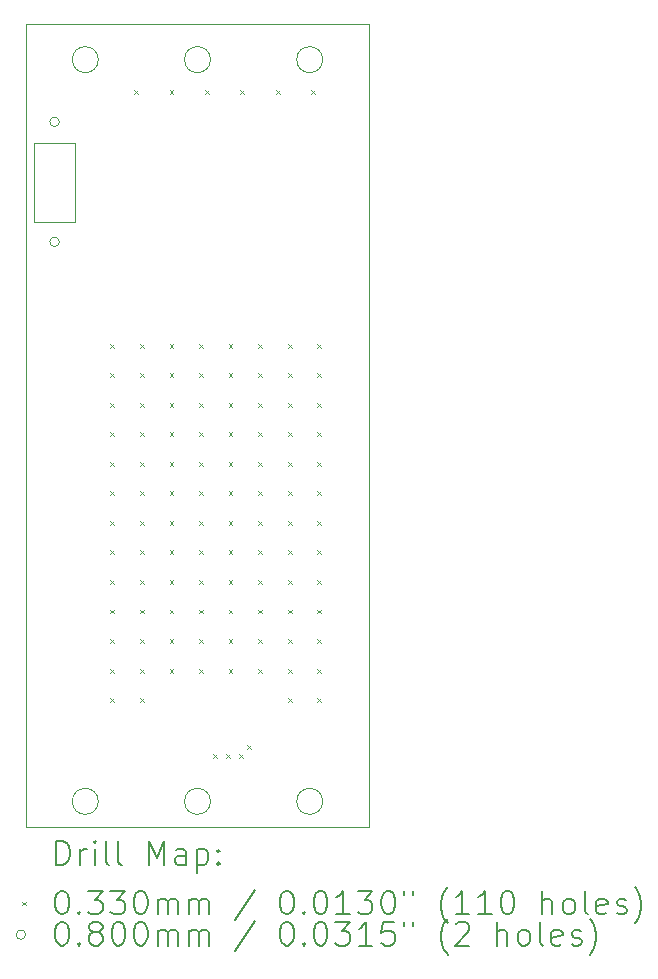
<source format=gbr>
%TF.GenerationSoftware,KiCad,Pcbnew,7.0.5*%
%TF.CreationDate,2024-01-23T00:39:19-05:00*%
%TF.ProjectId,SIDE,53494445-2e6b-4696-9361-645f70636258,rev?*%
%TF.SameCoordinates,Original*%
%TF.FileFunction,Drillmap*%
%TF.FilePolarity,Positive*%
%FSLAX45Y45*%
G04 Gerber Fmt 4.5, Leading zero omitted, Abs format (unit mm)*
G04 Created by KiCad (PCBNEW 7.0.5) date 2024-01-23 00:39:19*
%MOMM*%
%LPD*%
G01*
G04 APERTURE LIST*
%ADD10C,0.100000*%
%ADD11C,0.200000*%
%ADD12C,0.033020*%
%ADD13C,0.080000*%
G04 APERTURE END LIST*
D10*
X16992000Y-13349302D02*
X19892000Y-13349302D01*
X18552000Y-13129302D02*
G75*
G03*
X18552000Y-13129302I-110000J0D01*
G01*
X19892000Y-13349302D02*
X19892000Y-6549302D01*
X17602000Y-13129302D02*
G75*
G03*
X17602000Y-13129302I-110000J0D01*
G01*
X19502000Y-13129302D02*
G75*
G03*
X19502000Y-13129302I-110000J0D01*
G01*
X19502000Y-6849302D02*
G75*
G03*
X19502000Y-6849302I-110000J0D01*
G01*
X18552000Y-6849302D02*
G75*
G03*
X18552000Y-6849302I-110000J0D01*
G01*
X19892000Y-6549302D02*
X16992000Y-6549302D01*
X17602000Y-6849302D02*
G75*
G03*
X17602000Y-6849302I-110000J0D01*
G01*
X16992000Y-6549302D02*
X16992000Y-13349302D01*
X17057000Y-7551802D02*
X17407000Y-7551802D01*
X17407000Y-8221802D01*
X17057000Y-8221802D01*
X17057000Y-7551802D01*
D11*
D12*
X17705490Y-9255292D02*
X17738510Y-9288312D01*
X17738510Y-9255292D02*
X17705490Y-9288312D01*
X17705490Y-9505292D02*
X17738510Y-9538312D01*
X17738510Y-9505292D02*
X17705490Y-9538312D01*
X17705490Y-9755292D02*
X17738510Y-9788312D01*
X17738510Y-9755292D02*
X17705490Y-9788312D01*
X17705490Y-10005292D02*
X17738510Y-10038312D01*
X17738510Y-10005292D02*
X17705490Y-10038312D01*
X17705490Y-10255292D02*
X17738510Y-10288312D01*
X17738510Y-10255292D02*
X17705490Y-10288312D01*
X17705490Y-10505292D02*
X17738510Y-10538312D01*
X17738510Y-10505292D02*
X17705490Y-10538312D01*
X17705490Y-10755292D02*
X17738510Y-10788312D01*
X17738510Y-10755292D02*
X17705490Y-10788312D01*
X17705490Y-11005292D02*
X17738510Y-11038312D01*
X17738510Y-11005292D02*
X17705490Y-11038312D01*
X17705490Y-11255292D02*
X17738510Y-11288312D01*
X17738510Y-11255292D02*
X17705490Y-11288312D01*
X17705490Y-11505292D02*
X17738510Y-11538312D01*
X17738510Y-11505292D02*
X17705490Y-11538312D01*
X17705490Y-11755292D02*
X17738510Y-11788312D01*
X17738510Y-11755292D02*
X17705490Y-11788312D01*
X17705490Y-12005292D02*
X17738510Y-12038312D01*
X17738510Y-12005292D02*
X17705490Y-12038312D01*
X17705490Y-12255292D02*
X17738510Y-12288312D01*
X17738510Y-12255292D02*
X17705490Y-12288312D01*
X17905490Y-7105292D02*
X17938510Y-7138312D01*
X17938510Y-7105292D02*
X17905490Y-7138312D01*
X17955490Y-9255292D02*
X17988510Y-9288312D01*
X17988510Y-9255292D02*
X17955490Y-9288312D01*
X17955490Y-9505292D02*
X17988510Y-9538312D01*
X17988510Y-9505292D02*
X17955490Y-9538312D01*
X17955490Y-9755292D02*
X17988510Y-9788312D01*
X17988510Y-9755292D02*
X17955490Y-9788312D01*
X17955490Y-10005292D02*
X17988510Y-10038312D01*
X17988510Y-10005292D02*
X17955490Y-10038312D01*
X17955490Y-10255292D02*
X17988510Y-10288312D01*
X17988510Y-10255292D02*
X17955490Y-10288312D01*
X17955490Y-10505292D02*
X17988510Y-10538312D01*
X17988510Y-10505292D02*
X17955490Y-10538312D01*
X17955490Y-10755292D02*
X17988510Y-10788312D01*
X17988510Y-10755292D02*
X17955490Y-10788312D01*
X17955490Y-11005292D02*
X17988510Y-11038312D01*
X17988510Y-11005292D02*
X17955490Y-11038312D01*
X17955490Y-11255292D02*
X17988510Y-11288312D01*
X17988510Y-11255292D02*
X17955490Y-11288312D01*
X17955490Y-11505292D02*
X17988510Y-11538312D01*
X17988510Y-11505292D02*
X17955490Y-11538312D01*
X17955490Y-11755292D02*
X17988510Y-11788312D01*
X17988510Y-11755292D02*
X17955490Y-11788312D01*
X17955490Y-12005292D02*
X17988510Y-12038312D01*
X17988510Y-12005292D02*
X17955490Y-12038312D01*
X17955490Y-12255292D02*
X17988510Y-12288312D01*
X17988510Y-12255292D02*
X17955490Y-12288312D01*
X18205490Y-7105292D02*
X18238510Y-7138312D01*
X18238510Y-7105292D02*
X18205490Y-7138312D01*
X18205490Y-9255292D02*
X18238510Y-9288312D01*
X18238510Y-9255292D02*
X18205490Y-9288312D01*
X18205490Y-9505292D02*
X18238510Y-9538312D01*
X18238510Y-9505292D02*
X18205490Y-9538312D01*
X18205490Y-9755292D02*
X18238510Y-9788312D01*
X18238510Y-9755292D02*
X18205490Y-9788312D01*
X18205490Y-10005292D02*
X18238510Y-10038312D01*
X18238510Y-10005292D02*
X18205490Y-10038312D01*
X18205490Y-10255292D02*
X18238510Y-10288312D01*
X18238510Y-10255292D02*
X18205490Y-10288312D01*
X18205490Y-10505292D02*
X18238510Y-10538312D01*
X18238510Y-10505292D02*
X18205490Y-10538312D01*
X18205490Y-10755292D02*
X18238510Y-10788312D01*
X18238510Y-10755292D02*
X18205490Y-10788312D01*
X18205490Y-11005292D02*
X18238510Y-11038312D01*
X18238510Y-11005292D02*
X18205490Y-11038312D01*
X18205490Y-11255292D02*
X18238510Y-11288312D01*
X18238510Y-11255292D02*
X18205490Y-11288312D01*
X18205490Y-11505292D02*
X18238510Y-11538312D01*
X18238510Y-11505292D02*
X18205490Y-11538312D01*
X18205490Y-11755292D02*
X18238510Y-11788312D01*
X18238510Y-11755292D02*
X18205490Y-11788312D01*
X18205490Y-12005292D02*
X18238510Y-12038312D01*
X18238510Y-12005292D02*
X18205490Y-12038312D01*
X18455490Y-9255292D02*
X18488510Y-9288312D01*
X18488510Y-9255292D02*
X18455490Y-9288312D01*
X18455490Y-9505292D02*
X18488510Y-9538312D01*
X18488510Y-9505292D02*
X18455490Y-9538312D01*
X18455490Y-9755292D02*
X18488510Y-9788312D01*
X18488510Y-9755292D02*
X18455490Y-9788312D01*
X18455490Y-10005292D02*
X18488510Y-10038312D01*
X18488510Y-10005292D02*
X18455490Y-10038312D01*
X18455490Y-10255292D02*
X18488510Y-10288312D01*
X18488510Y-10255292D02*
X18455490Y-10288312D01*
X18455490Y-10505292D02*
X18488510Y-10538312D01*
X18488510Y-10505292D02*
X18455490Y-10538312D01*
X18455490Y-10755292D02*
X18488510Y-10788312D01*
X18488510Y-10755292D02*
X18455490Y-10788312D01*
X18455490Y-11005292D02*
X18488510Y-11038312D01*
X18488510Y-11005292D02*
X18455490Y-11038312D01*
X18455490Y-11255292D02*
X18488510Y-11288312D01*
X18488510Y-11255292D02*
X18455490Y-11288312D01*
X18455490Y-11505292D02*
X18488510Y-11538312D01*
X18488510Y-11505292D02*
X18455490Y-11538312D01*
X18455490Y-11755292D02*
X18488510Y-11788312D01*
X18488510Y-11755292D02*
X18455490Y-11788312D01*
X18455490Y-12005292D02*
X18488510Y-12038312D01*
X18488510Y-12005292D02*
X18455490Y-12038312D01*
X18505490Y-7105292D02*
X18538510Y-7138312D01*
X18538510Y-7105292D02*
X18505490Y-7138312D01*
X18575490Y-12725292D02*
X18608510Y-12758312D01*
X18608510Y-12725292D02*
X18575490Y-12758312D01*
X18685490Y-12725292D02*
X18718510Y-12758312D01*
X18718510Y-12725292D02*
X18685490Y-12758312D01*
X18705490Y-9255292D02*
X18738510Y-9288312D01*
X18738510Y-9255292D02*
X18705490Y-9288312D01*
X18705490Y-9505292D02*
X18738510Y-9538312D01*
X18738510Y-9505292D02*
X18705490Y-9538312D01*
X18705490Y-9755292D02*
X18738510Y-9788312D01*
X18738510Y-9755292D02*
X18705490Y-9788312D01*
X18705490Y-10005292D02*
X18738510Y-10038312D01*
X18738510Y-10005292D02*
X18705490Y-10038312D01*
X18705490Y-10255292D02*
X18738510Y-10288312D01*
X18738510Y-10255292D02*
X18705490Y-10288312D01*
X18705490Y-10505292D02*
X18738510Y-10538312D01*
X18738510Y-10505292D02*
X18705490Y-10538312D01*
X18705490Y-10755292D02*
X18738510Y-10788312D01*
X18738510Y-10755292D02*
X18705490Y-10788312D01*
X18705490Y-11005292D02*
X18738510Y-11038312D01*
X18738510Y-11005292D02*
X18705490Y-11038312D01*
X18705490Y-11255292D02*
X18738510Y-11288312D01*
X18738510Y-11255292D02*
X18705490Y-11288312D01*
X18705490Y-11505292D02*
X18738510Y-11538312D01*
X18738510Y-11505292D02*
X18705490Y-11538312D01*
X18705490Y-11755292D02*
X18738510Y-11788312D01*
X18738510Y-11755292D02*
X18705490Y-11788312D01*
X18705490Y-12005292D02*
X18738510Y-12038312D01*
X18738510Y-12005292D02*
X18705490Y-12038312D01*
X18795490Y-12725292D02*
X18828510Y-12758312D01*
X18828510Y-12725292D02*
X18795490Y-12758312D01*
X18805490Y-7105292D02*
X18838510Y-7138312D01*
X18838510Y-7105292D02*
X18805490Y-7138312D01*
X18865490Y-12655292D02*
X18898510Y-12688312D01*
X18898510Y-12655292D02*
X18865490Y-12688312D01*
X18955490Y-9255292D02*
X18988510Y-9288312D01*
X18988510Y-9255292D02*
X18955490Y-9288312D01*
X18955490Y-9505292D02*
X18988510Y-9538312D01*
X18988510Y-9505292D02*
X18955490Y-9538312D01*
X18955490Y-9755292D02*
X18988510Y-9788312D01*
X18988510Y-9755292D02*
X18955490Y-9788312D01*
X18955490Y-10005292D02*
X18988510Y-10038312D01*
X18988510Y-10005292D02*
X18955490Y-10038312D01*
X18955490Y-10255292D02*
X18988510Y-10288312D01*
X18988510Y-10255292D02*
X18955490Y-10288312D01*
X18955490Y-10505292D02*
X18988510Y-10538312D01*
X18988510Y-10505292D02*
X18955490Y-10538312D01*
X18955490Y-10755292D02*
X18988510Y-10788312D01*
X18988510Y-10755292D02*
X18955490Y-10788312D01*
X18955490Y-11005292D02*
X18988510Y-11038312D01*
X18988510Y-11005292D02*
X18955490Y-11038312D01*
X18955490Y-11255292D02*
X18988510Y-11288312D01*
X18988510Y-11255292D02*
X18955490Y-11288312D01*
X18955490Y-11505292D02*
X18988510Y-11538312D01*
X18988510Y-11505292D02*
X18955490Y-11538312D01*
X18955490Y-11755292D02*
X18988510Y-11788312D01*
X18988510Y-11755292D02*
X18955490Y-11788312D01*
X18955490Y-12005292D02*
X18988510Y-12038312D01*
X18988510Y-12005292D02*
X18955490Y-12038312D01*
X19105490Y-7105292D02*
X19138510Y-7138312D01*
X19138510Y-7105292D02*
X19105490Y-7138312D01*
X19205490Y-9255292D02*
X19238510Y-9288312D01*
X19238510Y-9255292D02*
X19205490Y-9288312D01*
X19205490Y-9505292D02*
X19238510Y-9538312D01*
X19238510Y-9505292D02*
X19205490Y-9538312D01*
X19205490Y-9755292D02*
X19238510Y-9788312D01*
X19238510Y-9755292D02*
X19205490Y-9788312D01*
X19205490Y-10005292D02*
X19238510Y-10038312D01*
X19238510Y-10005292D02*
X19205490Y-10038312D01*
X19205490Y-10255292D02*
X19238510Y-10288312D01*
X19238510Y-10255292D02*
X19205490Y-10288312D01*
X19205490Y-10505292D02*
X19238510Y-10538312D01*
X19238510Y-10505292D02*
X19205490Y-10538312D01*
X19205490Y-10755292D02*
X19238510Y-10788312D01*
X19238510Y-10755292D02*
X19205490Y-10788312D01*
X19205490Y-11005292D02*
X19238510Y-11038312D01*
X19238510Y-11005292D02*
X19205490Y-11038312D01*
X19205490Y-11255292D02*
X19238510Y-11288312D01*
X19238510Y-11255292D02*
X19205490Y-11288312D01*
X19205490Y-11505292D02*
X19238510Y-11538312D01*
X19238510Y-11505292D02*
X19205490Y-11538312D01*
X19205490Y-11755292D02*
X19238510Y-11788312D01*
X19238510Y-11755292D02*
X19205490Y-11788312D01*
X19205490Y-12005292D02*
X19238510Y-12038312D01*
X19238510Y-12005292D02*
X19205490Y-12038312D01*
X19205490Y-12255292D02*
X19238510Y-12288312D01*
X19238510Y-12255292D02*
X19205490Y-12288312D01*
X19405490Y-7105292D02*
X19438510Y-7138312D01*
X19438510Y-7105292D02*
X19405490Y-7138312D01*
X19455490Y-9255292D02*
X19488510Y-9288312D01*
X19488510Y-9255292D02*
X19455490Y-9288312D01*
X19455490Y-9505292D02*
X19488510Y-9538312D01*
X19488510Y-9505292D02*
X19455490Y-9538312D01*
X19455490Y-9755292D02*
X19488510Y-9788312D01*
X19488510Y-9755292D02*
X19455490Y-9788312D01*
X19455490Y-10005292D02*
X19488510Y-10038312D01*
X19488510Y-10005292D02*
X19455490Y-10038312D01*
X19455490Y-10255292D02*
X19488510Y-10288312D01*
X19488510Y-10255292D02*
X19455490Y-10288312D01*
X19455490Y-10505292D02*
X19488510Y-10538312D01*
X19488510Y-10505292D02*
X19455490Y-10538312D01*
X19455490Y-10755292D02*
X19488510Y-10788312D01*
X19488510Y-10755292D02*
X19455490Y-10788312D01*
X19455490Y-11005292D02*
X19488510Y-11038312D01*
X19488510Y-11005292D02*
X19455490Y-11038312D01*
X19455490Y-11255292D02*
X19488510Y-11288312D01*
X19488510Y-11255292D02*
X19455490Y-11288312D01*
X19455490Y-11505292D02*
X19488510Y-11538312D01*
X19488510Y-11505292D02*
X19455490Y-11538312D01*
X19455490Y-11755292D02*
X19488510Y-11788312D01*
X19488510Y-11755292D02*
X19455490Y-11788312D01*
X19455490Y-12005292D02*
X19488510Y-12038312D01*
X19488510Y-12005292D02*
X19455490Y-12038312D01*
X19455490Y-12255292D02*
X19488510Y-12288312D01*
X19488510Y-12255292D02*
X19455490Y-12288312D01*
D13*
X17272000Y-7377000D02*
G75*
G03*
X17272000Y-7377000I-40000J0D01*
G01*
X17272000Y-8393000D02*
G75*
G03*
X17272000Y-8393000I-40000J0D01*
G01*
D11*
X17247777Y-13665786D02*
X17247777Y-13465786D01*
X17247777Y-13465786D02*
X17295396Y-13465786D01*
X17295396Y-13465786D02*
X17323967Y-13475310D01*
X17323967Y-13475310D02*
X17343015Y-13494357D01*
X17343015Y-13494357D02*
X17352539Y-13513405D01*
X17352539Y-13513405D02*
X17362063Y-13551500D01*
X17362063Y-13551500D02*
X17362063Y-13580072D01*
X17362063Y-13580072D02*
X17352539Y-13618167D01*
X17352539Y-13618167D02*
X17343015Y-13637214D01*
X17343015Y-13637214D02*
X17323967Y-13656262D01*
X17323967Y-13656262D02*
X17295396Y-13665786D01*
X17295396Y-13665786D02*
X17247777Y-13665786D01*
X17447777Y-13665786D02*
X17447777Y-13532453D01*
X17447777Y-13570548D02*
X17457301Y-13551500D01*
X17457301Y-13551500D02*
X17466824Y-13541976D01*
X17466824Y-13541976D02*
X17485872Y-13532453D01*
X17485872Y-13532453D02*
X17504920Y-13532453D01*
X17571586Y-13665786D02*
X17571586Y-13532453D01*
X17571586Y-13465786D02*
X17562063Y-13475310D01*
X17562063Y-13475310D02*
X17571586Y-13484834D01*
X17571586Y-13484834D02*
X17581110Y-13475310D01*
X17581110Y-13475310D02*
X17571586Y-13465786D01*
X17571586Y-13465786D02*
X17571586Y-13484834D01*
X17695396Y-13665786D02*
X17676348Y-13656262D01*
X17676348Y-13656262D02*
X17666824Y-13637214D01*
X17666824Y-13637214D02*
X17666824Y-13465786D01*
X17800158Y-13665786D02*
X17781110Y-13656262D01*
X17781110Y-13656262D02*
X17771586Y-13637214D01*
X17771586Y-13637214D02*
X17771586Y-13465786D01*
X18028729Y-13665786D02*
X18028729Y-13465786D01*
X18028729Y-13465786D02*
X18095396Y-13608643D01*
X18095396Y-13608643D02*
X18162063Y-13465786D01*
X18162063Y-13465786D02*
X18162063Y-13665786D01*
X18343015Y-13665786D02*
X18343015Y-13561024D01*
X18343015Y-13561024D02*
X18333491Y-13541976D01*
X18333491Y-13541976D02*
X18314444Y-13532453D01*
X18314444Y-13532453D02*
X18276348Y-13532453D01*
X18276348Y-13532453D02*
X18257301Y-13541976D01*
X18343015Y-13656262D02*
X18323967Y-13665786D01*
X18323967Y-13665786D02*
X18276348Y-13665786D01*
X18276348Y-13665786D02*
X18257301Y-13656262D01*
X18257301Y-13656262D02*
X18247777Y-13637214D01*
X18247777Y-13637214D02*
X18247777Y-13618167D01*
X18247777Y-13618167D02*
X18257301Y-13599119D01*
X18257301Y-13599119D02*
X18276348Y-13589595D01*
X18276348Y-13589595D02*
X18323967Y-13589595D01*
X18323967Y-13589595D02*
X18343015Y-13580072D01*
X18438253Y-13532453D02*
X18438253Y-13732453D01*
X18438253Y-13541976D02*
X18457301Y-13532453D01*
X18457301Y-13532453D02*
X18495396Y-13532453D01*
X18495396Y-13532453D02*
X18514444Y-13541976D01*
X18514444Y-13541976D02*
X18523967Y-13551500D01*
X18523967Y-13551500D02*
X18533491Y-13570548D01*
X18533491Y-13570548D02*
X18533491Y-13627691D01*
X18533491Y-13627691D02*
X18523967Y-13646738D01*
X18523967Y-13646738D02*
X18514444Y-13656262D01*
X18514444Y-13656262D02*
X18495396Y-13665786D01*
X18495396Y-13665786D02*
X18457301Y-13665786D01*
X18457301Y-13665786D02*
X18438253Y-13656262D01*
X18619205Y-13646738D02*
X18628729Y-13656262D01*
X18628729Y-13656262D02*
X18619205Y-13665786D01*
X18619205Y-13665786D02*
X18609682Y-13656262D01*
X18609682Y-13656262D02*
X18619205Y-13646738D01*
X18619205Y-13646738D02*
X18619205Y-13665786D01*
X18619205Y-13541976D02*
X18628729Y-13551500D01*
X18628729Y-13551500D02*
X18619205Y-13561024D01*
X18619205Y-13561024D02*
X18609682Y-13551500D01*
X18609682Y-13551500D02*
X18619205Y-13541976D01*
X18619205Y-13541976D02*
X18619205Y-13561024D01*
D12*
X16953980Y-13977792D02*
X16987000Y-14010812D01*
X16987000Y-13977792D02*
X16953980Y-14010812D01*
D11*
X17285872Y-13885786D02*
X17304920Y-13885786D01*
X17304920Y-13885786D02*
X17323967Y-13895310D01*
X17323967Y-13895310D02*
X17333491Y-13904834D01*
X17333491Y-13904834D02*
X17343015Y-13923881D01*
X17343015Y-13923881D02*
X17352539Y-13961976D01*
X17352539Y-13961976D02*
X17352539Y-14009595D01*
X17352539Y-14009595D02*
X17343015Y-14047691D01*
X17343015Y-14047691D02*
X17333491Y-14066738D01*
X17333491Y-14066738D02*
X17323967Y-14076262D01*
X17323967Y-14076262D02*
X17304920Y-14085786D01*
X17304920Y-14085786D02*
X17285872Y-14085786D01*
X17285872Y-14085786D02*
X17266824Y-14076262D01*
X17266824Y-14076262D02*
X17257301Y-14066738D01*
X17257301Y-14066738D02*
X17247777Y-14047691D01*
X17247777Y-14047691D02*
X17238253Y-14009595D01*
X17238253Y-14009595D02*
X17238253Y-13961976D01*
X17238253Y-13961976D02*
X17247777Y-13923881D01*
X17247777Y-13923881D02*
X17257301Y-13904834D01*
X17257301Y-13904834D02*
X17266824Y-13895310D01*
X17266824Y-13895310D02*
X17285872Y-13885786D01*
X17438253Y-14066738D02*
X17447777Y-14076262D01*
X17447777Y-14076262D02*
X17438253Y-14085786D01*
X17438253Y-14085786D02*
X17428729Y-14076262D01*
X17428729Y-14076262D02*
X17438253Y-14066738D01*
X17438253Y-14066738D02*
X17438253Y-14085786D01*
X17514444Y-13885786D02*
X17638253Y-13885786D01*
X17638253Y-13885786D02*
X17571586Y-13961976D01*
X17571586Y-13961976D02*
X17600158Y-13961976D01*
X17600158Y-13961976D02*
X17619205Y-13971500D01*
X17619205Y-13971500D02*
X17628729Y-13981024D01*
X17628729Y-13981024D02*
X17638253Y-14000072D01*
X17638253Y-14000072D02*
X17638253Y-14047691D01*
X17638253Y-14047691D02*
X17628729Y-14066738D01*
X17628729Y-14066738D02*
X17619205Y-14076262D01*
X17619205Y-14076262D02*
X17600158Y-14085786D01*
X17600158Y-14085786D02*
X17543015Y-14085786D01*
X17543015Y-14085786D02*
X17523967Y-14076262D01*
X17523967Y-14076262D02*
X17514444Y-14066738D01*
X17704920Y-13885786D02*
X17828729Y-13885786D01*
X17828729Y-13885786D02*
X17762063Y-13961976D01*
X17762063Y-13961976D02*
X17790634Y-13961976D01*
X17790634Y-13961976D02*
X17809682Y-13971500D01*
X17809682Y-13971500D02*
X17819205Y-13981024D01*
X17819205Y-13981024D02*
X17828729Y-14000072D01*
X17828729Y-14000072D02*
X17828729Y-14047691D01*
X17828729Y-14047691D02*
X17819205Y-14066738D01*
X17819205Y-14066738D02*
X17809682Y-14076262D01*
X17809682Y-14076262D02*
X17790634Y-14085786D01*
X17790634Y-14085786D02*
X17733491Y-14085786D01*
X17733491Y-14085786D02*
X17714444Y-14076262D01*
X17714444Y-14076262D02*
X17704920Y-14066738D01*
X17952539Y-13885786D02*
X17971586Y-13885786D01*
X17971586Y-13885786D02*
X17990634Y-13895310D01*
X17990634Y-13895310D02*
X18000158Y-13904834D01*
X18000158Y-13904834D02*
X18009682Y-13923881D01*
X18009682Y-13923881D02*
X18019205Y-13961976D01*
X18019205Y-13961976D02*
X18019205Y-14009595D01*
X18019205Y-14009595D02*
X18009682Y-14047691D01*
X18009682Y-14047691D02*
X18000158Y-14066738D01*
X18000158Y-14066738D02*
X17990634Y-14076262D01*
X17990634Y-14076262D02*
X17971586Y-14085786D01*
X17971586Y-14085786D02*
X17952539Y-14085786D01*
X17952539Y-14085786D02*
X17933491Y-14076262D01*
X17933491Y-14076262D02*
X17923967Y-14066738D01*
X17923967Y-14066738D02*
X17914444Y-14047691D01*
X17914444Y-14047691D02*
X17904920Y-14009595D01*
X17904920Y-14009595D02*
X17904920Y-13961976D01*
X17904920Y-13961976D02*
X17914444Y-13923881D01*
X17914444Y-13923881D02*
X17923967Y-13904834D01*
X17923967Y-13904834D02*
X17933491Y-13895310D01*
X17933491Y-13895310D02*
X17952539Y-13885786D01*
X18104920Y-14085786D02*
X18104920Y-13952453D01*
X18104920Y-13971500D02*
X18114444Y-13961976D01*
X18114444Y-13961976D02*
X18133491Y-13952453D01*
X18133491Y-13952453D02*
X18162063Y-13952453D01*
X18162063Y-13952453D02*
X18181110Y-13961976D01*
X18181110Y-13961976D02*
X18190634Y-13981024D01*
X18190634Y-13981024D02*
X18190634Y-14085786D01*
X18190634Y-13981024D02*
X18200158Y-13961976D01*
X18200158Y-13961976D02*
X18219205Y-13952453D01*
X18219205Y-13952453D02*
X18247777Y-13952453D01*
X18247777Y-13952453D02*
X18266825Y-13961976D01*
X18266825Y-13961976D02*
X18276348Y-13981024D01*
X18276348Y-13981024D02*
X18276348Y-14085786D01*
X18371586Y-14085786D02*
X18371586Y-13952453D01*
X18371586Y-13971500D02*
X18381110Y-13961976D01*
X18381110Y-13961976D02*
X18400158Y-13952453D01*
X18400158Y-13952453D02*
X18428729Y-13952453D01*
X18428729Y-13952453D02*
X18447777Y-13961976D01*
X18447777Y-13961976D02*
X18457301Y-13981024D01*
X18457301Y-13981024D02*
X18457301Y-14085786D01*
X18457301Y-13981024D02*
X18466825Y-13961976D01*
X18466825Y-13961976D02*
X18485872Y-13952453D01*
X18485872Y-13952453D02*
X18514444Y-13952453D01*
X18514444Y-13952453D02*
X18533491Y-13961976D01*
X18533491Y-13961976D02*
X18543015Y-13981024D01*
X18543015Y-13981024D02*
X18543015Y-14085786D01*
X18933491Y-13876262D02*
X18762063Y-14133405D01*
X19190634Y-13885786D02*
X19209682Y-13885786D01*
X19209682Y-13885786D02*
X19228729Y-13895310D01*
X19228729Y-13895310D02*
X19238253Y-13904834D01*
X19238253Y-13904834D02*
X19247777Y-13923881D01*
X19247777Y-13923881D02*
X19257301Y-13961976D01*
X19257301Y-13961976D02*
X19257301Y-14009595D01*
X19257301Y-14009595D02*
X19247777Y-14047691D01*
X19247777Y-14047691D02*
X19238253Y-14066738D01*
X19238253Y-14066738D02*
X19228729Y-14076262D01*
X19228729Y-14076262D02*
X19209682Y-14085786D01*
X19209682Y-14085786D02*
X19190634Y-14085786D01*
X19190634Y-14085786D02*
X19171587Y-14076262D01*
X19171587Y-14076262D02*
X19162063Y-14066738D01*
X19162063Y-14066738D02*
X19152539Y-14047691D01*
X19152539Y-14047691D02*
X19143015Y-14009595D01*
X19143015Y-14009595D02*
X19143015Y-13961976D01*
X19143015Y-13961976D02*
X19152539Y-13923881D01*
X19152539Y-13923881D02*
X19162063Y-13904834D01*
X19162063Y-13904834D02*
X19171587Y-13895310D01*
X19171587Y-13895310D02*
X19190634Y-13885786D01*
X19343015Y-14066738D02*
X19352539Y-14076262D01*
X19352539Y-14076262D02*
X19343015Y-14085786D01*
X19343015Y-14085786D02*
X19333491Y-14076262D01*
X19333491Y-14076262D02*
X19343015Y-14066738D01*
X19343015Y-14066738D02*
X19343015Y-14085786D01*
X19476348Y-13885786D02*
X19495396Y-13885786D01*
X19495396Y-13885786D02*
X19514444Y-13895310D01*
X19514444Y-13895310D02*
X19523968Y-13904834D01*
X19523968Y-13904834D02*
X19533491Y-13923881D01*
X19533491Y-13923881D02*
X19543015Y-13961976D01*
X19543015Y-13961976D02*
X19543015Y-14009595D01*
X19543015Y-14009595D02*
X19533491Y-14047691D01*
X19533491Y-14047691D02*
X19523968Y-14066738D01*
X19523968Y-14066738D02*
X19514444Y-14076262D01*
X19514444Y-14076262D02*
X19495396Y-14085786D01*
X19495396Y-14085786D02*
X19476348Y-14085786D01*
X19476348Y-14085786D02*
X19457301Y-14076262D01*
X19457301Y-14076262D02*
X19447777Y-14066738D01*
X19447777Y-14066738D02*
X19438253Y-14047691D01*
X19438253Y-14047691D02*
X19428729Y-14009595D01*
X19428729Y-14009595D02*
X19428729Y-13961976D01*
X19428729Y-13961976D02*
X19438253Y-13923881D01*
X19438253Y-13923881D02*
X19447777Y-13904834D01*
X19447777Y-13904834D02*
X19457301Y-13895310D01*
X19457301Y-13895310D02*
X19476348Y-13885786D01*
X19733491Y-14085786D02*
X19619206Y-14085786D01*
X19676348Y-14085786D02*
X19676348Y-13885786D01*
X19676348Y-13885786D02*
X19657301Y-13914357D01*
X19657301Y-13914357D02*
X19638253Y-13933405D01*
X19638253Y-13933405D02*
X19619206Y-13942929D01*
X19800158Y-13885786D02*
X19923968Y-13885786D01*
X19923968Y-13885786D02*
X19857301Y-13961976D01*
X19857301Y-13961976D02*
X19885872Y-13961976D01*
X19885872Y-13961976D02*
X19904920Y-13971500D01*
X19904920Y-13971500D02*
X19914444Y-13981024D01*
X19914444Y-13981024D02*
X19923968Y-14000072D01*
X19923968Y-14000072D02*
X19923968Y-14047691D01*
X19923968Y-14047691D02*
X19914444Y-14066738D01*
X19914444Y-14066738D02*
X19904920Y-14076262D01*
X19904920Y-14076262D02*
X19885872Y-14085786D01*
X19885872Y-14085786D02*
X19828729Y-14085786D01*
X19828729Y-14085786D02*
X19809682Y-14076262D01*
X19809682Y-14076262D02*
X19800158Y-14066738D01*
X20047777Y-13885786D02*
X20066825Y-13885786D01*
X20066825Y-13885786D02*
X20085872Y-13895310D01*
X20085872Y-13895310D02*
X20095396Y-13904834D01*
X20095396Y-13904834D02*
X20104920Y-13923881D01*
X20104920Y-13923881D02*
X20114444Y-13961976D01*
X20114444Y-13961976D02*
X20114444Y-14009595D01*
X20114444Y-14009595D02*
X20104920Y-14047691D01*
X20104920Y-14047691D02*
X20095396Y-14066738D01*
X20095396Y-14066738D02*
X20085872Y-14076262D01*
X20085872Y-14076262D02*
X20066825Y-14085786D01*
X20066825Y-14085786D02*
X20047777Y-14085786D01*
X20047777Y-14085786D02*
X20028729Y-14076262D01*
X20028729Y-14076262D02*
X20019206Y-14066738D01*
X20019206Y-14066738D02*
X20009682Y-14047691D01*
X20009682Y-14047691D02*
X20000158Y-14009595D01*
X20000158Y-14009595D02*
X20000158Y-13961976D01*
X20000158Y-13961976D02*
X20009682Y-13923881D01*
X20009682Y-13923881D02*
X20019206Y-13904834D01*
X20019206Y-13904834D02*
X20028729Y-13895310D01*
X20028729Y-13895310D02*
X20047777Y-13885786D01*
X20190634Y-13885786D02*
X20190634Y-13923881D01*
X20266825Y-13885786D02*
X20266825Y-13923881D01*
X20562063Y-14161976D02*
X20552539Y-14152453D01*
X20552539Y-14152453D02*
X20533491Y-14123881D01*
X20533491Y-14123881D02*
X20523968Y-14104834D01*
X20523968Y-14104834D02*
X20514444Y-14076262D01*
X20514444Y-14076262D02*
X20504920Y-14028643D01*
X20504920Y-14028643D02*
X20504920Y-13990548D01*
X20504920Y-13990548D02*
X20514444Y-13942929D01*
X20514444Y-13942929D02*
X20523968Y-13914357D01*
X20523968Y-13914357D02*
X20533491Y-13895310D01*
X20533491Y-13895310D02*
X20552539Y-13866738D01*
X20552539Y-13866738D02*
X20562063Y-13857214D01*
X20743015Y-14085786D02*
X20628730Y-14085786D01*
X20685872Y-14085786D02*
X20685872Y-13885786D01*
X20685872Y-13885786D02*
X20666825Y-13914357D01*
X20666825Y-13914357D02*
X20647777Y-13933405D01*
X20647777Y-13933405D02*
X20628730Y-13942929D01*
X20933491Y-14085786D02*
X20819206Y-14085786D01*
X20876349Y-14085786D02*
X20876349Y-13885786D01*
X20876349Y-13885786D02*
X20857301Y-13914357D01*
X20857301Y-13914357D02*
X20838253Y-13933405D01*
X20838253Y-13933405D02*
X20819206Y-13942929D01*
X21057301Y-13885786D02*
X21076349Y-13885786D01*
X21076349Y-13885786D02*
X21095396Y-13895310D01*
X21095396Y-13895310D02*
X21104920Y-13904834D01*
X21104920Y-13904834D02*
X21114444Y-13923881D01*
X21114444Y-13923881D02*
X21123968Y-13961976D01*
X21123968Y-13961976D02*
X21123968Y-14009595D01*
X21123968Y-14009595D02*
X21114444Y-14047691D01*
X21114444Y-14047691D02*
X21104920Y-14066738D01*
X21104920Y-14066738D02*
X21095396Y-14076262D01*
X21095396Y-14076262D02*
X21076349Y-14085786D01*
X21076349Y-14085786D02*
X21057301Y-14085786D01*
X21057301Y-14085786D02*
X21038253Y-14076262D01*
X21038253Y-14076262D02*
X21028730Y-14066738D01*
X21028730Y-14066738D02*
X21019206Y-14047691D01*
X21019206Y-14047691D02*
X21009682Y-14009595D01*
X21009682Y-14009595D02*
X21009682Y-13961976D01*
X21009682Y-13961976D02*
X21019206Y-13923881D01*
X21019206Y-13923881D02*
X21028730Y-13904834D01*
X21028730Y-13904834D02*
X21038253Y-13895310D01*
X21038253Y-13895310D02*
X21057301Y-13885786D01*
X21362063Y-14085786D02*
X21362063Y-13885786D01*
X21447777Y-14085786D02*
X21447777Y-13981024D01*
X21447777Y-13981024D02*
X21438253Y-13961976D01*
X21438253Y-13961976D02*
X21419206Y-13952453D01*
X21419206Y-13952453D02*
X21390634Y-13952453D01*
X21390634Y-13952453D02*
X21371587Y-13961976D01*
X21371587Y-13961976D02*
X21362063Y-13971500D01*
X21571587Y-14085786D02*
X21552539Y-14076262D01*
X21552539Y-14076262D02*
X21543015Y-14066738D01*
X21543015Y-14066738D02*
X21533492Y-14047691D01*
X21533492Y-14047691D02*
X21533492Y-13990548D01*
X21533492Y-13990548D02*
X21543015Y-13971500D01*
X21543015Y-13971500D02*
X21552539Y-13961976D01*
X21552539Y-13961976D02*
X21571587Y-13952453D01*
X21571587Y-13952453D02*
X21600158Y-13952453D01*
X21600158Y-13952453D02*
X21619206Y-13961976D01*
X21619206Y-13961976D02*
X21628730Y-13971500D01*
X21628730Y-13971500D02*
X21638253Y-13990548D01*
X21638253Y-13990548D02*
X21638253Y-14047691D01*
X21638253Y-14047691D02*
X21628730Y-14066738D01*
X21628730Y-14066738D02*
X21619206Y-14076262D01*
X21619206Y-14076262D02*
X21600158Y-14085786D01*
X21600158Y-14085786D02*
X21571587Y-14085786D01*
X21752539Y-14085786D02*
X21733492Y-14076262D01*
X21733492Y-14076262D02*
X21723968Y-14057214D01*
X21723968Y-14057214D02*
X21723968Y-13885786D01*
X21904920Y-14076262D02*
X21885873Y-14085786D01*
X21885873Y-14085786D02*
X21847777Y-14085786D01*
X21847777Y-14085786D02*
X21828730Y-14076262D01*
X21828730Y-14076262D02*
X21819206Y-14057214D01*
X21819206Y-14057214D02*
X21819206Y-13981024D01*
X21819206Y-13981024D02*
X21828730Y-13961976D01*
X21828730Y-13961976D02*
X21847777Y-13952453D01*
X21847777Y-13952453D02*
X21885873Y-13952453D01*
X21885873Y-13952453D02*
X21904920Y-13961976D01*
X21904920Y-13961976D02*
X21914444Y-13981024D01*
X21914444Y-13981024D02*
X21914444Y-14000072D01*
X21914444Y-14000072D02*
X21819206Y-14019119D01*
X21990634Y-14076262D02*
X22009682Y-14085786D01*
X22009682Y-14085786D02*
X22047777Y-14085786D01*
X22047777Y-14085786D02*
X22066825Y-14076262D01*
X22066825Y-14076262D02*
X22076349Y-14057214D01*
X22076349Y-14057214D02*
X22076349Y-14047691D01*
X22076349Y-14047691D02*
X22066825Y-14028643D01*
X22066825Y-14028643D02*
X22047777Y-14019119D01*
X22047777Y-14019119D02*
X22019206Y-14019119D01*
X22019206Y-14019119D02*
X22000158Y-14009595D01*
X22000158Y-14009595D02*
X21990634Y-13990548D01*
X21990634Y-13990548D02*
X21990634Y-13981024D01*
X21990634Y-13981024D02*
X22000158Y-13961976D01*
X22000158Y-13961976D02*
X22019206Y-13952453D01*
X22019206Y-13952453D02*
X22047777Y-13952453D01*
X22047777Y-13952453D02*
X22066825Y-13961976D01*
X22143015Y-14161976D02*
X22152539Y-14152453D01*
X22152539Y-14152453D02*
X22171587Y-14123881D01*
X22171587Y-14123881D02*
X22181111Y-14104834D01*
X22181111Y-14104834D02*
X22190634Y-14076262D01*
X22190634Y-14076262D02*
X22200158Y-14028643D01*
X22200158Y-14028643D02*
X22200158Y-13990548D01*
X22200158Y-13990548D02*
X22190634Y-13942929D01*
X22190634Y-13942929D02*
X22181111Y-13914357D01*
X22181111Y-13914357D02*
X22171587Y-13895310D01*
X22171587Y-13895310D02*
X22152539Y-13866738D01*
X22152539Y-13866738D02*
X22143015Y-13857214D01*
D13*
X16987000Y-14258302D02*
G75*
G03*
X16987000Y-14258302I-40000J0D01*
G01*
D11*
X17285872Y-14149786D02*
X17304920Y-14149786D01*
X17304920Y-14149786D02*
X17323967Y-14159310D01*
X17323967Y-14159310D02*
X17333491Y-14168834D01*
X17333491Y-14168834D02*
X17343015Y-14187881D01*
X17343015Y-14187881D02*
X17352539Y-14225976D01*
X17352539Y-14225976D02*
X17352539Y-14273595D01*
X17352539Y-14273595D02*
X17343015Y-14311691D01*
X17343015Y-14311691D02*
X17333491Y-14330738D01*
X17333491Y-14330738D02*
X17323967Y-14340262D01*
X17323967Y-14340262D02*
X17304920Y-14349786D01*
X17304920Y-14349786D02*
X17285872Y-14349786D01*
X17285872Y-14349786D02*
X17266824Y-14340262D01*
X17266824Y-14340262D02*
X17257301Y-14330738D01*
X17257301Y-14330738D02*
X17247777Y-14311691D01*
X17247777Y-14311691D02*
X17238253Y-14273595D01*
X17238253Y-14273595D02*
X17238253Y-14225976D01*
X17238253Y-14225976D02*
X17247777Y-14187881D01*
X17247777Y-14187881D02*
X17257301Y-14168834D01*
X17257301Y-14168834D02*
X17266824Y-14159310D01*
X17266824Y-14159310D02*
X17285872Y-14149786D01*
X17438253Y-14330738D02*
X17447777Y-14340262D01*
X17447777Y-14340262D02*
X17438253Y-14349786D01*
X17438253Y-14349786D02*
X17428729Y-14340262D01*
X17428729Y-14340262D02*
X17438253Y-14330738D01*
X17438253Y-14330738D02*
X17438253Y-14349786D01*
X17562063Y-14235500D02*
X17543015Y-14225976D01*
X17543015Y-14225976D02*
X17533491Y-14216453D01*
X17533491Y-14216453D02*
X17523967Y-14197405D01*
X17523967Y-14197405D02*
X17523967Y-14187881D01*
X17523967Y-14187881D02*
X17533491Y-14168834D01*
X17533491Y-14168834D02*
X17543015Y-14159310D01*
X17543015Y-14159310D02*
X17562063Y-14149786D01*
X17562063Y-14149786D02*
X17600158Y-14149786D01*
X17600158Y-14149786D02*
X17619205Y-14159310D01*
X17619205Y-14159310D02*
X17628729Y-14168834D01*
X17628729Y-14168834D02*
X17638253Y-14187881D01*
X17638253Y-14187881D02*
X17638253Y-14197405D01*
X17638253Y-14197405D02*
X17628729Y-14216453D01*
X17628729Y-14216453D02*
X17619205Y-14225976D01*
X17619205Y-14225976D02*
X17600158Y-14235500D01*
X17600158Y-14235500D02*
X17562063Y-14235500D01*
X17562063Y-14235500D02*
X17543015Y-14245024D01*
X17543015Y-14245024D02*
X17533491Y-14254548D01*
X17533491Y-14254548D02*
X17523967Y-14273595D01*
X17523967Y-14273595D02*
X17523967Y-14311691D01*
X17523967Y-14311691D02*
X17533491Y-14330738D01*
X17533491Y-14330738D02*
X17543015Y-14340262D01*
X17543015Y-14340262D02*
X17562063Y-14349786D01*
X17562063Y-14349786D02*
X17600158Y-14349786D01*
X17600158Y-14349786D02*
X17619205Y-14340262D01*
X17619205Y-14340262D02*
X17628729Y-14330738D01*
X17628729Y-14330738D02*
X17638253Y-14311691D01*
X17638253Y-14311691D02*
X17638253Y-14273595D01*
X17638253Y-14273595D02*
X17628729Y-14254548D01*
X17628729Y-14254548D02*
X17619205Y-14245024D01*
X17619205Y-14245024D02*
X17600158Y-14235500D01*
X17762063Y-14149786D02*
X17781110Y-14149786D01*
X17781110Y-14149786D02*
X17800158Y-14159310D01*
X17800158Y-14159310D02*
X17809682Y-14168834D01*
X17809682Y-14168834D02*
X17819205Y-14187881D01*
X17819205Y-14187881D02*
X17828729Y-14225976D01*
X17828729Y-14225976D02*
X17828729Y-14273595D01*
X17828729Y-14273595D02*
X17819205Y-14311691D01*
X17819205Y-14311691D02*
X17809682Y-14330738D01*
X17809682Y-14330738D02*
X17800158Y-14340262D01*
X17800158Y-14340262D02*
X17781110Y-14349786D01*
X17781110Y-14349786D02*
X17762063Y-14349786D01*
X17762063Y-14349786D02*
X17743015Y-14340262D01*
X17743015Y-14340262D02*
X17733491Y-14330738D01*
X17733491Y-14330738D02*
X17723967Y-14311691D01*
X17723967Y-14311691D02*
X17714444Y-14273595D01*
X17714444Y-14273595D02*
X17714444Y-14225976D01*
X17714444Y-14225976D02*
X17723967Y-14187881D01*
X17723967Y-14187881D02*
X17733491Y-14168834D01*
X17733491Y-14168834D02*
X17743015Y-14159310D01*
X17743015Y-14159310D02*
X17762063Y-14149786D01*
X17952539Y-14149786D02*
X17971586Y-14149786D01*
X17971586Y-14149786D02*
X17990634Y-14159310D01*
X17990634Y-14159310D02*
X18000158Y-14168834D01*
X18000158Y-14168834D02*
X18009682Y-14187881D01*
X18009682Y-14187881D02*
X18019205Y-14225976D01*
X18019205Y-14225976D02*
X18019205Y-14273595D01*
X18019205Y-14273595D02*
X18009682Y-14311691D01*
X18009682Y-14311691D02*
X18000158Y-14330738D01*
X18000158Y-14330738D02*
X17990634Y-14340262D01*
X17990634Y-14340262D02*
X17971586Y-14349786D01*
X17971586Y-14349786D02*
X17952539Y-14349786D01*
X17952539Y-14349786D02*
X17933491Y-14340262D01*
X17933491Y-14340262D02*
X17923967Y-14330738D01*
X17923967Y-14330738D02*
X17914444Y-14311691D01*
X17914444Y-14311691D02*
X17904920Y-14273595D01*
X17904920Y-14273595D02*
X17904920Y-14225976D01*
X17904920Y-14225976D02*
X17914444Y-14187881D01*
X17914444Y-14187881D02*
X17923967Y-14168834D01*
X17923967Y-14168834D02*
X17933491Y-14159310D01*
X17933491Y-14159310D02*
X17952539Y-14149786D01*
X18104920Y-14349786D02*
X18104920Y-14216453D01*
X18104920Y-14235500D02*
X18114444Y-14225976D01*
X18114444Y-14225976D02*
X18133491Y-14216453D01*
X18133491Y-14216453D02*
X18162063Y-14216453D01*
X18162063Y-14216453D02*
X18181110Y-14225976D01*
X18181110Y-14225976D02*
X18190634Y-14245024D01*
X18190634Y-14245024D02*
X18190634Y-14349786D01*
X18190634Y-14245024D02*
X18200158Y-14225976D01*
X18200158Y-14225976D02*
X18219205Y-14216453D01*
X18219205Y-14216453D02*
X18247777Y-14216453D01*
X18247777Y-14216453D02*
X18266825Y-14225976D01*
X18266825Y-14225976D02*
X18276348Y-14245024D01*
X18276348Y-14245024D02*
X18276348Y-14349786D01*
X18371586Y-14349786D02*
X18371586Y-14216453D01*
X18371586Y-14235500D02*
X18381110Y-14225976D01*
X18381110Y-14225976D02*
X18400158Y-14216453D01*
X18400158Y-14216453D02*
X18428729Y-14216453D01*
X18428729Y-14216453D02*
X18447777Y-14225976D01*
X18447777Y-14225976D02*
X18457301Y-14245024D01*
X18457301Y-14245024D02*
X18457301Y-14349786D01*
X18457301Y-14245024D02*
X18466825Y-14225976D01*
X18466825Y-14225976D02*
X18485872Y-14216453D01*
X18485872Y-14216453D02*
X18514444Y-14216453D01*
X18514444Y-14216453D02*
X18533491Y-14225976D01*
X18533491Y-14225976D02*
X18543015Y-14245024D01*
X18543015Y-14245024D02*
X18543015Y-14349786D01*
X18933491Y-14140262D02*
X18762063Y-14397405D01*
X19190634Y-14149786D02*
X19209682Y-14149786D01*
X19209682Y-14149786D02*
X19228729Y-14159310D01*
X19228729Y-14159310D02*
X19238253Y-14168834D01*
X19238253Y-14168834D02*
X19247777Y-14187881D01*
X19247777Y-14187881D02*
X19257301Y-14225976D01*
X19257301Y-14225976D02*
X19257301Y-14273595D01*
X19257301Y-14273595D02*
X19247777Y-14311691D01*
X19247777Y-14311691D02*
X19238253Y-14330738D01*
X19238253Y-14330738D02*
X19228729Y-14340262D01*
X19228729Y-14340262D02*
X19209682Y-14349786D01*
X19209682Y-14349786D02*
X19190634Y-14349786D01*
X19190634Y-14349786D02*
X19171587Y-14340262D01*
X19171587Y-14340262D02*
X19162063Y-14330738D01*
X19162063Y-14330738D02*
X19152539Y-14311691D01*
X19152539Y-14311691D02*
X19143015Y-14273595D01*
X19143015Y-14273595D02*
X19143015Y-14225976D01*
X19143015Y-14225976D02*
X19152539Y-14187881D01*
X19152539Y-14187881D02*
X19162063Y-14168834D01*
X19162063Y-14168834D02*
X19171587Y-14159310D01*
X19171587Y-14159310D02*
X19190634Y-14149786D01*
X19343015Y-14330738D02*
X19352539Y-14340262D01*
X19352539Y-14340262D02*
X19343015Y-14349786D01*
X19343015Y-14349786D02*
X19333491Y-14340262D01*
X19333491Y-14340262D02*
X19343015Y-14330738D01*
X19343015Y-14330738D02*
X19343015Y-14349786D01*
X19476348Y-14149786D02*
X19495396Y-14149786D01*
X19495396Y-14149786D02*
X19514444Y-14159310D01*
X19514444Y-14159310D02*
X19523968Y-14168834D01*
X19523968Y-14168834D02*
X19533491Y-14187881D01*
X19533491Y-14187881D02*
X19543015Y-14225976D01*
X19543015Y-14225976D02*
X19543015Y-14273595D01*
X19543015Y-14273595D02*
X19533491Y-14311691D01*
X19533491Y-14311691D02*
X19523968Y-14330738D01*
X19523968Y-14330738D02*
X19514444Y-14340262D01*
X19514444Y-14340262D02*
X19495396Y-14349786D01*
X19495396Y-14349786D02*
X19476348Y-14349786D01*
X19476348Y-14349786D02*
X19457301Y-14340262D01*
X19457301Y-14340262D02*
X19447777Y-14330738D01*
X19447777Y-14330738D02*
X19438253Y-14311691D01*
X19438253Y-14311691D02*
X19428729Y-14273595D01*
X19428729Y-14273595D02*
X19428729Y-14225976D01*
X19428729Y-14225976D02*
X19438253Y-14187881D01*
X19438253Y-14187881D02*
X19447777Y-14168834D01*
X19447777Y-14168834D02*
X19457301Y-14159310D01*
X19457301Y-14159310D02*
X19476348Y-14149786D01*
X19609682Y-14149786D02*
X19733491Y-14149786D01*
X19733491Y-14149786D02*
X19666825Y-14225976D01*
X19666825Y-14225976D02*
X19695396Y-14225976D01*
X19695396Y-14225976D02*
X19714444Y-14235500D01*
X19714444Y-14235500D02*
X19723968Y-14245024D01*
X19723968Y-14245024D02*
X19733491Y-14264072D01*
X19733491Y-14264072D02*
X19733491Y-14311691D01*
X19733491Y-14311691D02*
X19723968Y-14330738D01*
X19723968Y-14330738D02*
X19714444Y-14340262D01*
X19714444Y-14340262D02*
X19695396Y-14349786D01*
X19695396Y-14349786D02*
X19638253Y-14349786D01*
X19638253Y-14349786D02*
X19619206Y-14340262D01*
X19619206Y-14340262D02*
X19609682Y-14330738D01*
X19923968Y-14349786D02*
X19809682Y-14349786D01*
X19866825Y-14349786D02*
X19866825Y-14149786D01*
X19866825Y-14149786D02*
X19847777Y-14178357D01*
X19847777Y-14178357D02*
X19828729Y-14197405D01*
X19828729Y-14197405D02*
X19809682Y-14206929D01*
X20104920Y-14149786D02*
X20009682Y-14149786D01*
X20009682Y-14149786D02*
X20000158Y-14245024D01*
X20000158Y-14245024D02*
X20009682Y-14235500D01*
X20009682Y-14235500D02*
X20028729Y-14225976D01*
X20028729Y-14225976D02*
X20076349Y-14225976D01*
X20076349Y-14225976D02*
X20095396Y-14235500D01*
X20095396Y-14235500D02*
X20104920Y-14245024D01*
X20104920Y-14245024D02*
X20114444Y-14264072D01*
X20114444Y-14264072D02*
X20114444Y-14311691D01*
X20114444Y-14311691D02*
X20104920Y-14330738D01*
X20104920Y-14330738D02*
X20095396Y-14340262D01*
X20095396Y-14340262D02*
X20076349Y-14349786D01*
X20076349Y-14349786D02*
X20028729Y-14349786D01*
X20028729Y-14349786D02*
X20009682Y-14340262D01*
X20009682Y-14340262D02*
X20000158Y-14330738D01*
X20190634Y-14149786D02*
X20190634Y-14187881D01*
X20266825Y-14149786D02*
X20266825Y-14187881D01*
X20562063Y-14425976D02*
X20552539Y-14416453D01*
X20552539Y-14416453D02*
X20533491Y-14387881D01*
X20533491Y-14387881D02*
X20523968Y-14368834D01*
X20523968Y-14368834D02*
X20514444Y-14340262D01*
X20514444Y-14340262D02*
X20504920Y-14292643D01*
X20504920Y-14292643D02*
X20504920Y-14254548D01*
X20504920Y-14254548D02*
X20514444Y-14206929D01*
X20514444Y-14206929D02*
X20523968Y-14178357D01*
X20523968Y-14178357D02*
X20533491Y-14159310D01*
X20533491Y-14159310D02*
X20552539Y-14130738D01*
X20552539Y-14130738D02*
X20562063Y-14121214D01*
X20628730Y-14168834D02*
X20638253Y-14159310D01*
X20638253Y-14159310D02*
X20657301Y-14149786D01*
X20657301Y-14149786D02*
X20704920Y-14149786D01*
X20704920Y-14149786D02*
X20723968Y-14159310D01*
X20723968Y-14159310D02*
X20733491Y-14168834D01*
X20733491Y-14168834D02*
X20743015Y-14187881D01*
X20743015Y-14187881D02*
X20743015Y-14206929D01*
X20743015Y-14206929D02*
X20733491Y-14235500D01*
X20733491Y-14235500D02*
X20619206Y-14349786D01*
X20619206Y-14349786D02*
X20743015Y-14349786D01*
X20981111Y-14349786D02*
X20981111Y-14149786D01*
X21066825Y-14349786D02*
X21066825Y-14245024D01*
X21066825Y-14245024D02*
X21057301Y-14225976D01*
X21057301Y-14225976D02*
X21038253Y-14216453D01*
X21038253Y-14216453D02*
X21009682Y-14216453D01*
X21009682Y-14216453D02*
X20990634Y-14225976D01*
X20990634Y-14225976D02*
X20981111Y-14235500D01*
X21190634Y-14349786D02*
X21171587Y-14340262D01*
X21171587Y-14340262D02*
X21162063Y-14330738D01*
X21162063Y-14330738D02*
X21152539Y-14311691D01*
X21152539Y-14311691D02*
X21152539Y-14254548D01*
X21152539Y-14254548D02*
X21162063Y-14235500D01*
X21162063Y-14235500D02*
X21171587Y-14225976D01*
X21171587Y-14225976D02*
X21190634Y-14216453D01*
X21190634Y-14216453D02*
X21219206Y-14216453D01*
X21219206Y-14216453D02*
X21238253Y-14225976D01*
X21238253Y-14225976D02*
X21247777Y-14235500D01*
X21247777Y-14235500D02*
X21257301Y-14254548D01*
X21257301Y-14254548D02*
X21257301Y-14311691D01*
X21257301Y-14311691D02*
X21247777Y-14330738D01*
X21247777Y-14330738D02*
X21238253Y-14340262D01*
X21238253Y-14340262D02*
X21219206Y-14349786D01*
X21219206Y-14349786D02*
X21190634Y-14349786D01*
X21371587Y-14349786D02*
X21352539Y-14340262D01*
X21352539Y-14340262D02*
X21343015Y-14321214D01*
X21343015Y-14321214D02*
X21343015Y-14149786D01*
X21523968Y-14340262D02*
X21504920Y-14349786D01*
X21504920Y-14349786D02*
X21466825Y-14349786D01*
X21466825Y-14349786D02*
X21447777Y-14340262D01*
X21447777Y-14340262D02*
X21438253Y-14321214D01*
X21438253Y-14321214D02*
X21438253Y-14245024D01*
X21438253Y-14245024D02*
X21447777Y-14225976D01*
X21447777Y-14225976D02*
X21466825Y-14216453D01*
X21466825Y-14216453D02*
X21504920Y-14216453D01*
X21504920Y-14216453D02*
X21523968Y-14225976D01*
X21523968Y-14225976D02*
X21533492Y-14245024D01*
X21533492Y-14245024D02*
X21533492Y-14264072D01*
X21533492Y-14264072D02*
X21438253Y-14283119D01*
X21609682Y-14340262D02*
X21628730Y-14349786D01*
X21628730Y-14349786D02*
X21666825Y-14349786D01*
X21666825Y-14349786D02*
X21685873Y-14340262D01*
X21685873Y-14340262D02*
X21695396Y-14321214D01*
X21695396Y-14321214D02*
X21695396Y-14311691D01*
X21695396Y-14311691D02*
X21685873Y-14292643D01*
X21685873Y-14292643D02*
X21666825Y-14283119D01*
X21666825Y-14283119D02*
X21638253Y-14283119D01*
X21638253Y-14283119D02*
X21619206Y-14273595D01*
X21619206Y-14273595D02*
X21609682Y-14254548D01*
X21609682Y-14254548D02*
X21609682Y-14245024D01*
X21609682Y-14245024D02*
X21619206Y-14225976D01*
X21619206Y-14225976D02*
X21638253Y-14216453D01*
X21638253Y-14216453D02*
X21666825Y-14216453D01*
X21666825Y-14216453D02*
X21685873Y-14225976D01*
X21762063Y-14425976D02*
X21771587Y-14416453D01*
X21771587Y-14416453D02*
X21790634Y-14387881D01*
X21790634Y-14387881D02*
X21800158Y-14368834D01*
X21800158Y-14368834D02*
X21809682Y-14340262D01*
X21809682Y-14340262D02*
X21819206Y-14292643D01*
X21819206Y-14292643D02*
X21819206Y-14254548D01*
X21819206Y-14254548D02*
X21809682Y-14206929D01*
X21809682Y-14206929D02*
X21800158Y-14178357D01*
X21800158Y-14178357D02*
X21790634Y-14159310D01*
X21790634Y-14159310D02*
X21771587Y-14130738D01*
X21771587Y-14130738D02*
X21762063Y-14121214D01*
M02*

</source>
